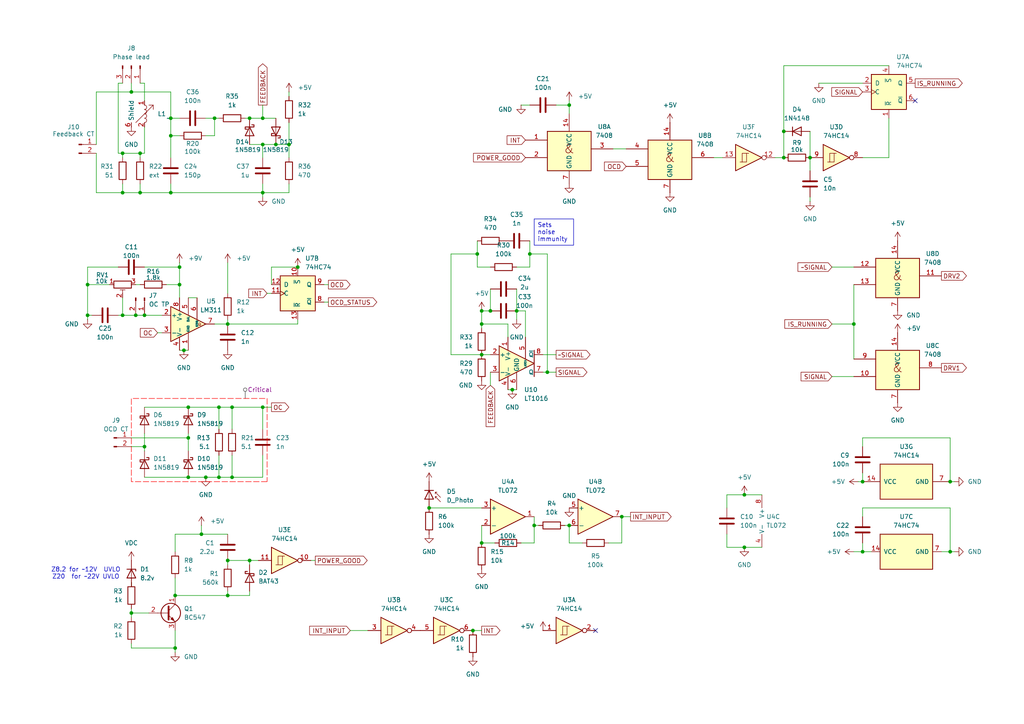
<source format=kicad_sch>
(kicad_sch (version 20250114) (generator "eeschema") (generator_version "9.0")
  (paper "A4")
  (text "Z8.2 for ~12V  UVLO\nZ20  for ~22V UVLO" (at 24.892 166.37 0) (effects (font (size 1.27 1.27))))
  (text_box "Sets noise immunity" (at 154.94 63.5 0) (size 11.43 7.62) (margins 0.9525 0.9525 0.9525 0.9525) (effects (font (size 1.27 1.27)) (justify left top)))
  (junction (at 52.07 77.47))
  (junction (at 234.95 45.72))
  (junction (at 50.8 172.72))
  (junction (at 153.67 73.66))
  (junction (at 40.64 55.88))
  (junction (at 62.23 34.29))
  (junction (at 35.56 44.45))
  (junction (at 25.4 82.55))
  (junction (at 165.1 30.48))
  (junction (at 67.31 138.43))
  (junction (at 41.91 91.44))
  (junction (at 76.2 34.29))
  (junction (at 50.8 187.96))
  (junction (at 63.5 138.43))
  (junction (at 149.86 90.17))
  (junction (at 227.33 45.72))
  (junction (at 41.91 129.54))
  (junction (at 165.1 152.4))
  (junction (at 86.36 77.47))
  (junction (at 35.56 91.44))
  (junction (at 180.34 149.86))
  (junction (at 25.4 91.44))
  (junction (at 154.94 152.4))
  (junction (at 139.7 102.87))
  (junction (at 158.75 107.95))
  (junction (at 63.5 118.11))
  (junction (at 139.7 157.48))
  (junction (at 40.64 44.45))
  (junction (at 72.39 34.29))
  (junction (at 139.7 90.17))
  (junction (at 54.61 118.11))
  (junction (at 76.2 55.88))
  (junction (at 67.31 118.11))
  (junction (at 58.42 154.94))
  (junction (at 139.7 93.98))
  (junction (at 38.1 177.8))
  (junction (at 227.33 38.1))
  (junction (at 52.07 82.55))
  (junction (at 66.04 162.56))
  (junction (at 54.61 138.43))
  (junction (at 72.39 162.56))
  (junction (at 148.59 113.03))
  (junction (at 137.16 182.88))
  (junction (at 53.34 101.6))
  (junction (at 124.46 147.32))
  (junction (at 76.2 41.91))
  (junction (at 66.04 93.98))
  (junction (at 247.65 93.98))
  (junction (at 215.9 158.75))
  (junction (at 49.53 39.37))
  (junction (at 66.04 172.72))
  (junction (at 76.2 118.11))
  (junction (at 138.43 73.66))
  (junction (at 54.61 127))
  (junction (at 59.69 138.43))
  (junction (at 83.82 41.91))
  (junction (at 80.01 41.91))
  (junction (at 49.53 34.29))
  (junction (at 35.56 55.88))
  (junction (at 275.59 160.02))
  (junction (at 142.24 90.17))
  (junction (at 38.1 26.67))
  (junction (at 250.19 160.02))
  (junction (at 39.37 91.44))
  (junction (at 275.59 139.7))
  (junction (at 49.53 55.88))
  (junction (at 250.19 139.7))
  (junction (at 215.9 143.51))
  (no_connect (at 172.72 182.88))
  (no_connect (at 265.43 29.21))
  (wire (pts (xy 180.34 157.48) (xy 180.34 149.86)))
  (wire (pts (xy 250.19 127) (xy 275.59 127)))
  (wire (pts (xy 250.19 160.02) (xy 252.73 160.02)))
  (wire (pts (xy 25.4 92.71) (xy 25.4 91.44)))
  (wire (pts (xy 77.47 85.09) (xy 78.74 85.09)))
  (wire (pts (xy 248.92 139.7) (xy 250.19 139.7)))
  (wire (pts (xy 59.69 138.43) (xy 63.5 138.43)))
  (wire (pts (xy 39.37 91.44) (xy 41.91 91.44)))
  (wire (pts (xy 48.26 82.55) (xy 52.07 82.55)))
  (wire (pts (xy 275.59 147.32) (xy 275.59 160.02)))
  (wire (pts (xy 161.29 102.87) (xy 157.48 102.87)))
  (wire (pts (xy 250.19 129.54) (xy 250.19 127)))
  (wire (pts (xy 52.07 82.55) (xy 52.07 86.36)))
  (wire (pts (xy 63.5 118.11) (xy 67.31 118.11)))
  (wire (pts (xy 139.7 182.88) (xy 137.16 182.88)))
  (wire (pts (xy 50.8 189.23) (xy 50.8 187.96)))
  (wire (pts (xy 59.69 34.29) (xy 62.23 34.29)))
  (wire (pts (xy 50.8 172.72) (xy 66.04 172.72)))
  (wire (pts (xy 165.1 29.21) (xy 165.1 30.48)))
  (wire (pts (xy 78.74 82.55) (xy 78.74 77.47)))
  (wire (pts (xy 25.4 77.47) (xy 34.29 77.47)))
  (wire (pts (xy 66.04 171.45) (xy 66.04 172.72)))
  (wire (pts (xy 66.04 154.94) (xy 58.42 154.94)))
  (wire (pts (xy 147.32 113.03) (xy 148.59 113.03)))
  (wire (pts (xy 80.01 41.91) (xy 83.82 41.91)))
  (wire (pts (xy 50.8 154.94) (xy 50.8 160.02)))
  (wire (pts (xy 76.2 118.11) (xy 76.2 124.46)))
  (wire (pts (xy 67.31 132.08) (xy 67.31 138.43)))
  (wire (pts (xy 158.75 73.66) (xy 158.75 107.95)))
  (wire (pts (xy 63.5 118.11) (xy 63.5 124.46)))
  (wire (pts (xy 154.94 152.4) (xy 154.94 157.48)))
  (wire (pts (xy 130.81 102.87) (xy 139.7 102.87)))
  (wire (pts (xy 62.23 34.29) (xy 63.5 34.29)))
  (wire (pts (xy 83.82 41.91) (xy 83.82 45.72)))
  (wire (pts (xy 40.64 44.45) (xy 41.91 44.45)))
  (wire (pts (xy 250.19 147.32) (xy 275.59 147.32)))
  (wire (pts (xy 67.31 118.11) (xy 67.31 124.46)))
  (wire (pts (xy 45.72 96.52) (xy 46.99 96.52)))
  (wire (pts (xy 241.3 109.22) (xy 247.65 109.22)))
  (wire (pts (xy 237.49 24.13) (xy 250.19 24.13)))
  (wire (pts (xy 25.4 82.55) (xy 25.4 91.44)))
  (wire (pts (xy 54.61 127) (xy 54.61 130.81)))
  (wire (pts (xy 58.42 152.4) (xy 58.42 154.94)))
  (wire (pts (xy 138.43 73.66) (xy 138.43 69.85)))
  (wire (pts (xy 40.64 24.13) (xy 41.91 24.13)))
  (wire (pts (xy 72.39 41.91) (xy 76.2 41.91)))
  (wire (pts (xy 49.53 39.37) (xy 49.53 45.72)))
  (wire (pts (xy 83.82 53.34) (xy 83.82 55.88)))
  (wire (pts (xy 76.2 118.11) (xy 78.74 118.11)))
  (wire (pts (xy 95.25 87.63) (xy 93.98 87.63)))
  (wire (pts (xy 210.82 147.32) (xy 210.82 143.51)))
  (wire (pts (xy 66.04 76.2) (xy 66.04 85.09)))
  (wire (pts (xy 49.53 34.29) (xy 52.07 34.29)))
  (wire (pts (xy 66.04 172.72) (xy 72.39 172.72)))
  (wire (pts (xy 250.19 45.72) (xy 257.81 45.72)))
  (wire (pts (xy 209.55 45.72) (xy 207.01 45.72)))
  (wire (pts (xy 66.04 93.98) (xy 86.36 93.98)))
  (wire (pts (xy 52.07 76.2) (xy 52.07 77.47)))
  (wire (pts (xy 27.94 26.67) (xy 38.1 26.67)))
  (wire (pts (xy 139.7 157.48) (xy 139.7 152.4)))
  (wire (pts (xy 62.23 39.37) (xy 62.23 34.29)))
  (wire (pts (xy 151.13 157.48) (xy 154.94 157.48)))
  (wire (pts (xy 227.33 38.1) (xy 227.33 45.72)))
  (wire (pts (xy 35.56 45.72) (xy 35.56 44.45)))
  (wire (pts (xy 227.33 19.05) (xy 257.81 19.05)))
  (wire (pts (xy 76.2 30.48) (xy 76.2 34.29)))
  (wire (pts (xy 38.1 177.8) (xy 38.1 179.07)))
  (wire (pts (xy 153.67 30.48) (xy 151.13 30.48)))
  (wire (pts (xy 176.53 157.48) (xy 180.34 157.48)))
  (wire (pts (xy 157.48 107.95) (xy 158.75 107.95)))
  (wire (pts (xy 241.3 93.98) (xy 247.65 93.98)))
  (wire (pts (xy 76.2 34.29) (xy 72.39 34.29)))
  (wire (pts (xy 95.25 82.55) (xy 93.98 82.55)))
  (wire (pts (xy 83.82 35.56) (xy 83.82 41.91)))
  (wire (pts (xy 149.86 77.47) (xy 153.67 77.47)))
  (wire (pts (xy 25.4 77.47) (xy 25.4 82.55)))
  (wire (pts (xy 58.42 154.94) (xy 50.8 154.94)))
  (wire (pts (xy 40.64 53.34) (xy 40.64 55.88)))
  (wire (pts (xy 38.1 176.53) (xy 38.1 177.8)))
  (wire (pts (xy 41.91 118.11) (xy 54.61 118.11)))
  (wire (pts (xy 62.23 93.98) (xy 66.04 93.98)))
  (wire (pts (xy 257.81 45.72) (xy 257.81 34.29)))
  (wire (pts (xy 35.56 53.34) (xy 35.56 55.88)))
  (wire (pts (xy 76.2 138.43) (xy 76.2 132.08)))
  (wire (pts (xy 215.9 158.75) (xy 220.98 158.75)))
  (wire (pts (xy 66.04 92.71) (xy 66.04 93.98)))
  (wire (pts (xy 139.7 102.87) (xy 142.24 102.87)))
  (wire (pts (xy 76.2 55.88) (xy 83.82 55.88)))
  (wire (pts (xy 247.65 160.02) (xy 250.19 160.02)))
  (wire (pts (xy 26.67 91.44) (xy 25.4 91.44)))
  (wire (pts (xy 276.86 139.7) (xy 275.59 139.7)))
  (wire (pts (xy 142.24 111.76) (xy 142.24 107.95)))
  (wire (pts (xy 35.56 91.44) (xy 39.37 91.44)))
  (wire (pts (xy 241.3 77.47) (xy 247.65 77.47)))
  (wire (pts (xy 250.19 157.48) (xy 250.19 160.02)))
  (wire (pts (xy 72.39 162.56) (xy 66.04 162.56)))
  (wire (pts (xy 86.36 93.98) (xy 86.36 92.71)))
  (wire (pts (xy 210.82 154.94) (xy 210.82 158.75)))
  (wire (pts (xy 124.46 147.32) (xy 139.7 147.32)))
  (wire (pts (xy 38.1 177.8) (xy 43.18 177.8)))
  (wire (pts (xy 41.91 91.44) (xy 46.99 91.44)))
  (wire (pts (xy 41.91 130.81) (xy 41.91 129.54)))
  (wire (pts (xy 74.93 162.56) (xy 72.39 162.56)))
  (wire (pts (xy 41.91 125.73) (xy 41.91 129.54)))
  (wire (pts (xy 49.53 26.67) (xy 49.53 34.29)))
  (wire (pts (xy 40.64 82.55) (xy 39.37 82.55)))
  (wire (pts (xy 165.1 30.48) (xy 165.1 33.02)))
  (wire (pts (xy 53.34 101.6) (xy 54.61 101.6)))
  (wire (pts (xy 139.7 90.17) (xy 142.24 90.17)))
  (wire (pts (xy 138.43 73.66) (xy 130.81 73.66)))
  (wire (pts (xy 34.29 44.45) (xy 35.56 44.45)))
  (wire (pts (xy 49.53 39.37) (xy 52.07 39.37)))
  (wire (pts (xy 152.4 90.17) (xy 152.4 97.79)))
  (wire (pts (xy 50.8 182.88) (xy 50.8 187.96)))
  (wire (pts (xy 247.65 93.98) (xy 247.65 104.14)))
  (wire (pts (xy 234.95 38.1) (xy 234.95 45.72)))
  (wire (pts (xy 38.1 187.96) (xy 50.8 187.96)))
  (wire (pts (xy 177.8 43.18) (xy 181.61 43.18)))
  (wire (pts (xy 227.33 19.05) (xy 227.33 38.1)))
  (wire (pts (xy 182.88 149.86) (xy 180.34 149.86)))
  (wire (pts (xy 234.95 49.53) (xy 234.95 45.72)))
  (wire (pts (xy 76.2 57.15) (xy 76.2 55.88)))
  (wire (pts (xy 101.6 182.88) (xy 106.68 182.88)))
  (wire (pts (xy 41.91 77.47) (xy 52.07 77.47)))
  (wire (pts (xy 168.91 157.48) (xy 165.1 157.48)))
  (wire (pts (xy 34.29 24.13) (xy 35.56 24.13)))
  (wire (pts (xy 276.86 160.02) (xy 275.59 160.02)))
  (wire (pts (xy 147.32 93.98) (xy 147.32 97.79)))
  (wire (pts (xy 78.74 77.47) (xy 86.36 77.47)))
  (wire (pts (xy 76.2 45.72) (xy 76.2 41.91)))
  (wire (pts (xy 34.29 91.44) (xy 35.56 91.44)))
  (wire (pts (xy 139.7 90.17) (xy 139.7 93.98)))
  (wire (pts (xy 27.94 44.45) (xy 27.94 55.88)))
  (wire (pts (xy 210.82 143.51) (xy 215.9 143.51)))
  (wire (pts (xy 153.67 73.66) (xy 153.67 77.47)))
  (wire (pts (xy 40.64 44.45) (xy 40.64 45.72)))
  (wire (pts (xy 142.24 77.47) (xy 138.43 77.47)))
  (wire (pts (xy 149.86 83.82) (xy 149.86 90.17)))
  (wire (pts (xy 83.82 26.67) (xy 83.82 27.94)))
  (wire (pts (xy 139.7 93.98) (xy 139.7 95.25)))
  (wire (pts (xy 215.9 143.51) (xy 220.98 143.51)))
  (wire (pts (xy 54.61 118.11) (xy 63.5 118.11)))
  (wire (pts (xy 67.31 118.11) (xy 76.2 118.11)))
  (wire (pts (xy 54.61 125.73) (xy 54.61 127)))
  (wire (pts (xy 142.24 83.82) (xy 142.24 90.17)))
  (wire (pts (xy 38.1 127) (xy 54.61 127)))
  (wire (pts (xy 38.1 129.54) (xy 41.91 129.54)))
  (wire (pts (xy 165.1 157.48) (xy 165.1 152.4)))
  (wire (pts (xy 250.19 137.16) (xy 250.19 139.7)))
  (wire (pts (xy 49.53 53.34) (xy 49.53 55.88)))
  (wire (pts (xy 210.82 158.75) (xy 215.9 158.75)))
  (wire (pts (xy 156.21 152.4) (xy 154.94 152.4)))
  (wire (pts (xy 49.53 34.29) (xy 49.53 39.37)))
  (wire (pts (xy 66.04 162.56) (xy 66.04 163.83)))
  (wire (pts (xy 52.07 101.6) (xy 53.34 101.6)))
  (wire (pts (xy 143.51 157.48) (xy 139.7 157.48)))
  (wire (pts (xy 154.94 152.4) (xy 154.94 149.86)))
  (wire (pts (xy 148.59 113.03) (xy 149.86 113.03)))
  (wire (pts (xy 38.1 187.96) (xy 38.1 186.69)))
  (wire (pts (xy 41.91 138.43) (xy 54.61 138.43)))
  (wire (pts (xy 149.86 90.17) (xy 152.4 90.17)))
  (wire (pts (xy 161.29 30.48) (xy 165.1 30.48)))
  (wire (pts (xy 27.94 55.88) (xy 35.56 55.88)))
  (wire (pts (xy 49.53 55.88) (xy 76.2 55.88)))
  (wire (pts (xy 275.59 160.02) (xy 273.05 160.02)))
  (wire (pts (xy 149.86 90.17) (xy 149.86 92.71)))
  (wire (pts (xy 153.67 69.85) (xy 153.67 73.66)))
  (wire (pts (xy 165.1 152.4) (xy 163.83 152.4)))
  (wire (pts (xy 72.39 162.56) (xy 72.39 163.83)))
  (wire (pts (xy 35.56 91.44) (xy 35.56 86.36)))
  (wire (pts (xy 76.2 41.91) (xy 80.01 41.91)))
  (wire (pts (xy 59.69 39.37) (xy 62.23 39.37)))
  (wire (pts (xy 138.43 77.47) (xy 138.43 73.66)))
  (wire (pts (xy 130.81 73.66) (xy 130.81 102.87)))
  (wire (pts (xy 158.75 107.95) (xy 161.29 107.95)))
  (wire (pts (xy 35.56 55.88) (xy 40.64 55.88)))
  (wire (pts (xy 38.1 26.67) (xy 38.1 24.13)))
  (wire (pts (xy 41.91 36.83) (xy 41.91 44.45)))
  (wire (pts (xy 34.29 24.13) (xy 34.29 44.45)))
  (wire (pts (xy 52.07 77.47) (xy 52.07 82.55)))
  (wire (pts (xy 27.94 26.67) (xy 27.94 41.91)))
  (wire (pts (xy 153.67 73.66) (xy 158.75 73.66)))
  (wire (pts (xy 38.1 168.91) (xy 38.1 170.18)))
  (wire (pts (xy 76.2 34.29) (xy 80.01 34.29)))
  (wire (pts (xy 72.39 172.72) (xy 72.39 171.45)))
  (wire (pts (xy 50.8 167.64) (xy 50.8 172.72)))
  (wire (pts (xy 250.19 147.32) (xy 250.19 149.86)))
  (wire (pts (xy 40.64 55.88) (xy 49.53 55.88)))
  (wire (pts (xy 224.79 45.72) (xy 227.33 45.72)))
  (wire (pts (xy 25.4 82.55) (xy 31.75 82.55)))
  (wire (pts (xy 63.5 138.43) (xy 67.31 138.43)))
  (wire (pts (xy 54.61 86.36) (xy 57.15 86.36)))
  (wire (pts (xy 139.7 93.98) (xy 147.32 93.98)))
  (wire (pts (xy 63.5 138.43) (xy 63.5 132.08)))
  (wire (pts (xy 38.1 26.67) (xy 49.53 26.67)))
  (wire (pts (xy 67.31 138.43) (xy 76.2 138.43)))
  (wire (pts (xy 275.59 127) (xy 275.59 139.7)))
  (wire (pts (xy 54.61 138.43) (xy 59.69 138.43)))
  (wire (pts (xy 72.39 34.29) (xy 71.12 34.29)))
  (wire (pts (xy 76.2 53.34) (xy 76.2 55.88)))
  (wire (pts (xy 90.17 162.56) (xy 91.44 162.56)))
  (wire (pts (xy 247.65 82.55) (xy 247.65 93.98)))
  (wire (pts (xy 234.95 57.15) (xy 234.95 58.42)))
  (wire (pts (xy 35.56 44.45) (xy 40.64 44.45)))
  (wire (pts (xy 41.91 24.13) (xy 41.91 29.21)))
  (global_label "INT_INPUT" (shape output) (at 182.88 149.86 0) (property "Intersheetrefs" "${INTERSHEET_REFS}" (effects (hide yes))))
  (global_label "SIGNAL" (shape input) (at 241.3 109.22 180) (property "Intersheetrefs" "${INTERSHEET_REFS}" (effects (hide yes))))
  (global_label "INT_INPUT" (shape input) (at 101.6 182.88 180) (property "Intersheetrefs" "${INTERSHEET_REFS}" (effects (hide yes))))
  (global_label "FEEDBACK" (shape output) (at 76.2 30.48 90) (property "Intersheetrefs" "${INTERSHEET_REFS}" (effects (hide yes))))
  (global_label "IS_RUNNING" (shape output) (at 265.43 24.13 0) (property "Intersheetrefs" "${INTERSHEET_REFS}" (effects (hide yes))))
  (global_label "OCD_STATUS" (shape output) (at 95.25 87.63 0) (property "Intersheetrefs" "${INTERSHEET_REFS}" (effects (hide yes))))
  (global_label "POWER_GOOD" (shape input) (at 152.4 45.72 180) (property "Intersheetrefs" "${INTERSHEET_REFS}" (effects (hide yes))))
  (global_label "IS_RUNNING" (shape input) (at 241.3 93.98 180) (property "Intersheetrefs" "${INTERSHEET_REFS}" (effects (hide yes))))
  (global_label "POWER_GOOD" (shape output) (at 91.44 162.56 0) (property "Intersheetrefs" "${INTERSHEET_REFS}" (effects (hide yes))))
  (global_label "~SIGNAL" (shape input) (at 241.3 77.47 180) (property "Intersheetrefs" "${INTERSHEET_REFS}" (effects (hide yes))))
  (global_label "DRV2" (shape output) (at 273.05 80.01 0) (property "Intersheetrefs" "${INTERSHEET_REFS}" (effects (hide yes))))
  (global_label "INT" (shape input) (at 77.47 85.09 180) (property "Intersheetrefs" "${INTERSHEET_REFS}" (effects (hide yes))))
  (global_label "OCD" (shape output) (at 95.25 82.55 0) (property "Intersheetrefs" "${INTERSHEET_REFS}" (effects (hide yes))))
  (global_label "INT" (shape input) (at 152.4 40.64 180) (property "Intersheetrefs" "${INTERSHEET_REFS}" (effects (hide yes))))
  (global_label "~SIGNAL" (shape output) (at 161.29 102.87 0) (property "Intersheetrefs" "${INTERSHEET_REFS}" (effects (hide yes))))
  (global_label "DRV1" (shape output) (at 273.05 106.68 0) (property "Intersheetrefs" "${INTERSHEET_REFS}" (effects (hide yes))))
  (global_label "OC" (shape output) (at 78.74 118.11 0) (property "Intersheetrefs" "${INTERSHEET_REFS}" (effects (hide yes))))
  (global_label "INT" (shape output) (at 139.7 182.88 0) (property "Intersheetrefs" "${INTERSHEET_REFS}" (effects (hide yes))))
  (global_label "SIGNAL" (shape output) (at 161.29 107.95 0) (property "Intersheetrefs" "${INTERSHEET_REFS}" (effects (hide yes))))
  (global_label "FEEDBACK" (shape input) (at 142.24 111.76 270) (property "Intersheetrefs" "${INTERSHEET_REFS}" (effects (hide yes))))
  (global_label "OCD" (shape input) (at 181.61 48.26 180) (property "Intersheetrefs" "${INTERSHEET_REFS}" (effects (hide yes))))
  (global_label "SIGNAL" (shape input) (at 250.19 26.67 180) (property "Intersheetrefs" "${INTERSHEET_REFS}" (effects (hide yes))))
  (global_label "OC" (shape input) (at 45.72 96.52 180) (property "Intersheetrefs" "${INTERSHEET_REFS}" (effects (hide yes))))
  (rule_area (polyline (pts (xy 77.47 139.7) (xy 38.1 139.7) (xy 38.1 115.57) (xy 77.47 115.57) (xy 77.47 119.38)) (stroke (width 0) (type dash))))
  (netclass_flag "" (length 2.54) (shape round) (at 71.12 115.57 0) (property "Netclass" "Critical" (at 71.8185 113.03 0) (effects (justify left))))
  (symbol (lib_id "power:GND") (at 165.1 147.32 0) (unit 1)
    (property "Reference" "#PWR059" (effects (hide yes)))
    (property "Value" "GND" (at 165.1 143.764 0))
    (property "Description" "Power symbol creates a global label with name \"GND\" , ground" (effects (hide yes)))
  )
  (symbol (lib_id "Device:R") (at 67.31 128.27 0) (unit 1)
    (property "Reference" "R21" (at 69.85 126.9999 0) (effects (justify left)))
    (property "Value" "5.1" (at 69.85 129.5399 0) (effects (justify left)))
    (property "Footprint" "Resistor_THT:R_Axial_DIN0207_L6.3mm_D2.5mm_P2.54mm_Vertical" (effects (hide yes)))
    (property "Description" "Resistor" (effects (hide yes)))
  )
  (symbol (lib_id "Connector:Conn_01x02_Pin") (at 33.02 127 0) (unit 1)
    (property "Reference" "J9" (at 33.655 121.92 0))
    (property "Value" "OCD CT" (at 33.655 124.46 0))
    (property "Footprint" "Connector_JST:JST_XH_B2B-XH-A_1x02_P2.50mm_Vertical" (effects (hide yes)))
  )
  (symbol (lib_id "74xx:74HC14") (at 165.1 182.88 0) (unit 1)
    (property "Reference" "U3" (at 165.1 173.99 0))
    (property "Value" "74HC14" (at 165.1 176.53 0))
    (property "Footprint" "Package_DIP:DIP-14_W7.62mm" (effects (hide yes)))
    (property "Datasheet" "http://www.ti.com/lit/gpn/sn74HC14" (effects (hide yes)))
    (property "Description" "Hex inverter schmitt trigger" (effects (hide yes)))
  )
  (symbol (lib_id "power:+5V") (at 247.65 160.02 90) (unit 1)
    (property "Reference" "#PWR048" (effects (hide yes)))
    (property "Value" "+5V" (at 243.84 160.0199 90) (effects (justify left)))
    (property "Description" "Power symbol creates a global label with name \"+5V\"" (effects (hide yes)))
  )
  (symbol (lib_id "Device:C") (at 30.48 91.44 90) (unit 1)
    (property "Reference" "C25" (at 30.48 95.25 90))
    (property "Value" "100n" (at 30.48 97.79 90))
    (property "Footprint" "Capacitor_THT:C_Disc_D4.7mm_W2.5mm_P5.00mm" (effects (hide yes)))
    (property "Description" "Unpolarized capacitor" (effects (hide yes)))
  )
  (symbol (lib_id "Device:D_Photo") (at 124.46 144.78 270) (unit 1)
    (property "Reference" "D5" (at 129.54 142.5574 90) (effects (justify left)))
    (property "Value" "D_Photo" (at 129.54 145.0974 90) (effects (justify left)))
    (property "Footprint" "Library:hnaderi-toslink-rx" (effects (hide yes)))
    (property "Description" "Photodiode" (effects (hide yes)))
  )
  (symbol (lib_id "Diode:1N5819") (at 80.01 38.1 270) (mirror x) (unit 1)
    (property "Reference" "D13" (at 81.026 41.148 90) (effects (justify left)))
    (property "Value" "1N5819" (at 76.2 43.434 90) (effects (justify left)))
    (property "Footprint" "Diode_THT:D_DO-41_SOD81_P2.54mm_Vertical_KathodeUp" (effects (hide yes)))
  )
  (symbol (lib_id "Device:C") (at 250.19 133.35 0) (unit 1)
    (property "Reference" "C9" (at 246.38 132.0799 0) (effects (justify right)))
    (property "Value" "100n" (at 246.38 134.6199 0) (effects (justify right)))
    (property "Footprint" "Capacitor_THT:C_Disc_D4.7mm_W2.5mm_P5.00mm" (effects (hide yes)))
    (property "Description" "Unpolarized capacitor" (effects (hide yes)))
  )
  (symbol (lib_id "power:+5V") (at 157.48 182.88 0) (unit 1)
    (property "Reference" "#PWR046" (effects (hide yes)))
    (property "Value" "+5V" (at 154.94 181.6099 0) (effects (justify right)))
    (property "Description" "Power symbol creates a global label with name \"+5V\"" (effects (hide yes)))
  )
  (symbol (lib_id "power:GND") (at 137.16 190.5 0) (unit 1)
    (property "Reference" "#PWR065" (effects (hide yes)))
    (property "Value" "GND" (at 137.16 195.58 0))
    (property "Description" "Power symbol creates a global label with name \"GND\" , ground" (effects (hide yes)))
  )
  (symbol (lib_id "Device:R") (at 139.7 99.06 180) (unit 1)
    (property "Reference" "R33" (at 137.16 97.7899 0) (effects (justify left)))
    (property "Value" "1k" (at 137.16 100.3299 0) (effects (justify left)))
    (property "Footprint" "Resistor_THT:R_Axial_DIN0207_L6.3mm_D2.5mm_P2.54mm_Vertical" (effects (hide yes)))
    (property "Description" "Resistor" (effects (hide yes)))
  )
  (symbol (lib_id "power:+5V") (at 215.9 143.51 0) (unit 1)
    (property "Reference" "#PWR034" (effects (hide yes)))
    (property "Value" "+5V" (at 215.9 138.43 0))
    (property "Description" "Power symbol creates a global label with name \"+5V\"" (effects (hide yes)))
  )
  (symbol (lib_id "74xx:74HC14") (at 82.55 162.56 0) (unit 5)
    (property "Reference" "U3" (at 82.55 153.67 0))
    (property "Value" "74HC14" (at 82.55 156.21 0))
    (property "Footprint" "Package_DIP:DIP-14_W7.62mm" (effects (hide yes)))
    (property "Datasheet" "http://www.ti.com/lit/gpn/sn74HC14" (effects (hide yes)))
    (property "Description" "Hex inverter schmitt trigger" (effects (hide yes)))
  )
  (symbol (lib_id "power:+5V") (at 248.92 139.7 90) (unit 1)
    (property "Reference" "#PWR09" (effects (hide yes)))
    (property "Value" "+5V" (at 245.11 139.6999 90) (effects (justify left)))
    (property "Description" "Power symbol creates a global label with name \"+5V\"" (effects (hide yes)))
  )
  (symbol (lib_id "Comparator:LM311") (at 54.61 93.98 0) (unit 1)
    (property "Reference" "U5" (at 61.214 87.376 0))
    (property "Value" "LM311" (at 61.214 89.916 0))
    (property "Footprint" "Package_DIP:DIP-8_W7.62mm" (effects (hide yes)))
    (property "Datasheet" "https://www.st.com/resource/en/datasheet/lm311.pdf" (effects (hide yes)))
    (property "Description" "Voltage Comparator, DIP-8/SOIC-8" (effects (hide yes)))
  )
  (symbol (lib_id "Device:C") (at 49.53 49.53 180) (unit 1)
    (property "Reference" "C24" (at 53.34 48.2599 0) (effects (justify right)))
    (property "Value" "150p" (at 53.34 50.7999 0) (effects (justify right)))
    (property "Footprint" "Capacitor_THT:C_Disc_D4.7mm_W2.5mm_P5.00mm" (effects (hide yes)))
    (property "Description" "Unpolarized capacitor" (effects (hide yes)))
  )
  (symbol (lib_id "Device:R") (at 55.88 39.37 270) (unit 1)
    (property "Reference" "R20" (at 55.88 41.656 90))
    (property "Value" "100k" (at 55.88 43.942 90))
    (property "Footprint" "Resistor_THT:R_Axial_DIN0309_L9.0mm_D3.2mm_P2.54mm_Vertical" (effects (hide yes)))
    (property "Description" "Resistor" (effects (hide yes)))
  )
  (symbol (lib_id "Diode:1N5819") (at 54.61 121.92 270) (unit 1)
    (property "Reference" "D9" (at 57.15 120.3324 90) (effects (justify left)))
    (property "Value" "1N5819" (at 57.15 122.8724 90) (effects (justify left)))
    (property "Footprint" "Diode_THT:D_DO-41_SOD81_P2.54mm_Vertical_KathodeUp" (effects (hide yes)))
  )
  (symbol (lib_id "Device:R") (at 83.82 49.53 0) (unit 1)
    (property "Reference" "R36" (at 86.36 48.2599 0) (effects (justify left)))
    (property "Value" "470" (at 86.36 50.7999 0) (effects (justify left)))
    (property "Footprint" "Resistor_THT:R_Axial_DIN0207_L6.3mm_D2.5mm_P2.54mm_Vertical" (effects (hide yes)))
    (property "Description" "Resistor" (effects (hide yes)))
  )
  (symbol (lib_id "Amplifier_Operational:TL072") (at 147.32 149.86 0) (unit 1)
    (property "Reference" "U4" (at 147.32 139.7 0))
    (property "Value" "TL072" (at 147.32 142.24 0))
    (property "Footprint" "Package_DIP:DIP-8_W7.62mm" (effects (hide yes)))
    (property "Datasheet" "http://www.ti.com/lit/ds/symlink/tl071.pdf" (effects (hide yes)))
    (property "Description" "Dual Low-Noise JFET-Input Operational Amplifiers, DIP-8/SOIC-8" (effects (hide yes)))
  )
  (symbol (lib_id "Device:C") (at 146.05 83.82 270) (unit 1)
    (property "Reference" "C34" (at 152.146 80.772 90))
    (property "Value" "2u" (at 152.146 83.312 90))
    (property "Footprint" "Capacitor_THT:C_Rect_L7.2mm_W7.2mm_P5.00mm_FKS2_FKP2_MKS2_MKP2" (effects (hide yes)))
    (property "Description" "Unpolarized capacitor" (effects (hide yes)))
  )
  (symbol (lib_id "Connector:Conn_01x02_Pin") (at 22.86 41.91 0) (unit 1)
    (property "Reference" "J10" (at 21.336 36.83 0))
    (property "Value" "Feedback CT" (at 21.336 38.862 0))
    (property "Footprint" "Connector_JST:JST_XH_B2B-XH-A_1x02_P2.50mm_Vertical" (effects (hide yes)))
  )
  (symbol (lib_id "Device:R") (at 38.1 172.72 0) (unit 1)
    (property "Reference" "R3" (at 35.56 171.4499 0) (effects (justify right)))
    (property "Value" "1k" (at 35.56 173.9899 0) (effects (justify right)))
    (property "Footprint" "Resistor_THT:R_Axial_DIN0207_L6.3mm_D2.5mm_P2.54mm_Vertical" (effects (hide yes)))
    (property "Description" "Resistor" (effects (hide yes)))
  )
  (symbol (lib_id "Device:C") (at 55.88 34.29 270) (unit 1)
    (property "Reference" "C36" (at 55.88 26.67 90))
    (property "Value" "100n" (at 55.88 29.21 90))
    (property "Footprint" "Capacitor_THT:C_Disc_D4.7mm_W2.5mm_P5.00mm" (effects (hide yes)))
    (property "Description" "Unpolarized capacitor" (effects (hide yes)))
  )
  (symbol (lib_id "74xx:74HC14") (at 242.57 45.72 0) (unit 4)
    (property "Reference" "U3" (at 242.57 36.83 0))
    (property "Value" "74HC14" (at 242.57 39.37 0))
    (property "Footprint" "Package_DIP:DIP-14_W7.62mm" (effects (hide yes)))
    (property "Datasheet" "http://www.ti.com/lit/gpn/sn74HC14" (effects (hide yes)))
    (property "Description" "Hex inverter schmitt trigger" (effects (hide yes)))
  )
  (symbol (lib_id "power:GND") (at 38.1 36.83 0) (unit 1)
    (property "Reference" "#PWR064" (effects (hide yes)))
    (property "Value" "GND" (at 38.1 41.91 0))
    (property "Description" "Power symbol creates a global label with name \"GND\" , ground" (effects (hide yes)))
  )
  (symbol (lib_id "74xx:74HC74") (at 262.89 160.02 90) (unit 3)
    (property "Reference" "U7" (at 262.89 149.86 90))
    (property "Value" "74HC74" (at 262.89 152.4 90))
    (property "Footprint" "Package_DIP:DIP-14_W7.62mm" (effects (hide yes)))
    (property "Datasheet" "74xx/74hc_hct74.pdf" (effects (hide yes)))
    (property "Description" "Dual D Flip-flop, Set & Reset" (effects (hide yes)))
  )
  (symbol (lib_id "power:GND") (at 53.34 101.6 0) (unit 1)
    (property "Reference" "#PWR050" (effects (hide yes)))
    (property "Value" "GND" (at 53.34 106.68 0))
    (property "Description" "Power symbol creates a global label with name \"GND\" , ground" (effects (hide yes)))
  )
  (symbol (lib_id "74xx_IEEE:7408") (at 194.31 45.72 0) (unit 2)
    (property "Reference" "U8" (at 204.47 39.2998 0))
    (property "Value" "7408" (at 204.47 41.8398 0))
    (property "Footprint" "Package_DIP:DIP-14_W7.62mm" (effects (hide yes)))
  )
  (symbol (lib_id "power:GND") (at 194.31 55.88 0) (unit 1)
    (property "Reference" "#PWR012" (effects (hide yes)))
    (property "Value" "GND" (at 194.31 60.96 0))
    (property "Description" "Power symbol creates a global label with name \"GND\" , ground" (effects (hide yes)))
  )
  (symbol (lib_id "power:+5V") (at 194.31 35.56 0) (unit 1)
    (property "Reference" "#PWR011" (effects (hide yes)))
    (property "Value" "+5V" (at 194.31 30.48 0))
    (property "Description" "Power symbol creates a global label with name \"+5V\"" (effects (hide yes)))
  )
  (symbol (lib_id "Device:R") (at 44.45 82.55 90) (unit 1)
    (property "Reference" "R16" (at 44.45 78.74 90))
    (property "Value" "1.8k" (at 44.45 80.518 90))
    (property "Footprint" "Resistor_THT:R_Axial_DIN0207_L6.3mm_D2.5mm_P2.54mm_Vertical" (effects (hide yes)))
    (property "Description" "Resistor" (effects (hide yes)))
  )
  (symbol (lib_id "power:GND") (at 139.7 165.1 0) (unit 1)
    (property "Reference" "#PWR056" (effects (hide yes)))
    (property "Value" "GND" (at 139.7 170.18 0))
    (property "Description" "Power symbol creates a global label with name \"GND\" , ground" (effects (hide yes)))
  )
  (symbol (lib_id "74xx:74HC14") (at 217.17 45.72 0) (unit 6)
    (property "Reference" "U3" (at 217.17 36.83 0))
    (property "Value" "74HC14" (at 217.17 39.37 0))
    (property "Footprint" "Package_DIP:DIP-14_W7.62mm" (effects (hide yes)))
    (property "Datasheet" "http://www.ti.com/lit/gpn/sn74HC14" (effects (hide yes)))
    (property "Description" "Hex inverter schmitt trigger" (effects (hide yes)))
  )
  (symbol (lib_id "74xx_IEEE:7408") (at 260.35 80.01 0) (unit 4)
    (property "Reference" "U8" (at 270.51 73.5898 0))
    (property "Value" "7408" (at 270.51 76.1298 0))
    (property "Footprint" "Package_DIP:DIP-14_W7.62mm" (effects (hide yes)))
  )
  (symbol (lib_id "Device:R") (at 172.72 157.48 90) (unit 1)
    (property "Reference" "R5" (at 172.72 161.29 90))
    (property "Value" "100k" (at 172.72 163.83 90))
    (property "Footprint" "Resistor_THT:R_Axial_DIN0207_L6.3mm_D2.5mm_P2.54mm_Vertical" (effects (hide yes)))
    (property "Description" "Resistor" (effects (hide yes)))
  )
  (symbol (lib_id "Diode:1N5819") (at 41.91 121.92 270) (unit 1)
    (property "Reference" "D6" (at 44.45 120.3324 90) (effects (justify left)))
    (property "Value" "1N5819" (at 44.45 122.8724 90) (effects (justify left)))
    (property "Footprint" "Diode_THT:D_DO-41_SOD81_P2.54mm_Vertical_KathodeUp" (effects (hide yes)))
  )
  (symbol (lib_id "Diode:1N5819") (at 41.91 134.62 270) (unit 1)
    (property "Reference" "D11" (at 44.45 133.0324 90) (effects (justify left)))
    (property "Value" "1N5819" (at 44.45 135.5724 90) (effects (justify left)))
    (property "Footprint" "Diode_THT:D_DO-41_SOD81_P2.54mm_Vertical_KathodeUp" (effects (hide yes)))
  )
  (symbol (lib_id "power:GND") (at 151.13 30.48 0) (unit 1)
    (property "Reference" "#PWR047" (effects (hide yes)))
    (property "Value" "GND" (at 148.59 31.7499 0) (effects (justify right)))
    (property "Description" "Power symbol creates a global label with name \"GND\" , ground" (effects (hide yes)))
  )
  (symbol (lib_id "Device:C") (at 66.04 158.75 0) (mirror x) (unit 1)
    (property "Reference" "C1" (at 62.23 157.4799 0) (effects (justify right)))
    (property "Value" "2.2u" (at 62.23 160.0199 0) (effects (justify right)))
    (property "Footprint" "Capacitor_THT:C_Disc_D4.7mm_W2.5mm_P5.00mm" (effects (hide yes)))
    (property "Description" "Unpolarized capacitor" (effects (hide yes)))
  )
  (symbol (lib_id "Device:R") (at 63.5 128.27 0) (unit 1)
    (property "Reference" "R13" (at 60.96 126.9999 0) (effects (justify right)))
    (property "Value" "5.1" (at 60.96 129.5399 0) (effects (justify right)))
    (property "Footprint" "Resistor_THT:R_Axial_DIN0207_L6.3mm_D2.5mm_P2.54mm_Vertical" (effects (hide yes)))
    (property "Description" "Resistor" (effects (hide yes)))
  )
  (symbol (lib_id "Device:C") (at 157.48 30.48 270) (unit 1)
    (property "Reference" "C21" (at 157.48 22.86 90))
    (property "Value" "100n" (at 157.48 25.4 90))
    (property "Footprint" "Capacitor_THT:C_Disc_D4.7mm_W2.5mm_P5.00mm" (effects (hide yes)))
    (property "Description" "Unpolarized capacitor" (effects (hide yes)))
  )
  (symbol (lib_id "74xx:74HC74") (at 257.81 26.67 0) (unit 1)
    (property "Reference" "U7" (at 259.9533 16.51 0) (effects (justify left)))
    (property "Value" "74HC74" (at 259.9533 19.05 0) (effects (justify left)))
    (property "Footprint" "Package_DIP:DIP-14_W7.62mm" (effects (hide yes)))
    (property "Datasheet" "74xx/74hc_hct74.pdf" (effects (hide yes)))
    (property "Description" "Dual D Flip-flop, Set & Reset" (effects (hide yes)))
  )
  (symbol (lib_id "Device:R") (at 139.7 161.29 0) (unit 1)
    (property "Reference" "R15" (at 142.24 160.0199 0) (effects (justify left)))
    (property "Value" "10k" (at 142.24 162.5599 0) (effects (justify left)))
    (property "Footprint" "Resistor_THT:R_Axial_DIN0207_L6.3mm_D2.5mm_P2.54mm_Vertical" (effects (hide yes)))
    (property "Description" "Resistor" (effects (hide yes)))
  )
  (symbol (lib_id "Connector:Conn_01x03_Pin") (at 38.1 19.05 270) (unit 1)
    (property "Reference" "J8" (at 38.1 13.97 90))
    (property "Value" "Phase lead" (at 38.1 16.51 90))
    (property "Footprint" "Connector_PinHeader_2.54mm:PinHeader_1x03_P2.54mm_Vertical" (effects (hide yes)))
    (property "Description" "Generic connector, single row, 01x03, script generated" (effects (hide yes)))
  )
  (symbol (lib_id "74xx_IEEE:7408") (at 165.1 43.18 0) (unit 1)
    (property "Reference" "U8" (at 175.26 36.7598 0))
    (property "Value" "7408" (at 175.26 39.2998 0))
    (property "Footprint" "Package_DIP:DIP-14_W7.62mm" (effects (hide yes)))
  )
  (symbol (lib_id "power:+5V") (at 165.1 29.21 0) (unit 1)
    (property "Reference" "#PWR06" (effects (hide yes)))
    (property "Value" "+5V" (at 167.64 27.9399 0) (effects (justify left)))
    (property "Description" "Power symbol creates a global label with name \"+5V\"" (effects (hide yes)))
  )
  (symbol (lib_id "power:+9V") (at 52.07 76.2 0) (unit 1)
    (property "Reference" "#PWR026" (effects (hide yes)))
    (property "Value" "+9V" (at 54.61 74.9299 0) (effects (justify left)))
    (property "Description" "Power symbol creates a global label with name \"+9V\"" (effects (hide yes)))
  )
  (symbol (lib_id "power:GND") (at 237.49 24.13 0) (unit 1)
    (property "Reference" "#PWR010" (effects (hide yes)))
    (property "Value" "GND" (at 237.49 29.21 0))
    (property "Description" "Power symbol creates a global label with name \"GND\" , ground" (effects (hide yes)))
  )
  (symbol (lib_id "power:GND") (at 148.59 113.03 0) (unit 1)
    (property "Reference" "#PWR033" (effects (hide yes)))
    (property "Value" "GND" (at 148.59 118.11 0))
    (property "Description" "Power symbol creates a global label with name \"GND\" , ground" (effects (hide yes)))
  )
  (symbol (lib_id "power:GND") (at 215.9 158.75 0) (unit 1)
    (property "Reference" "#PWR035" (effects (hide yes)))
    (property "Value" "GND" (at 215.9 163.83 0))
    (property "Description" "Power symbol creates a global label with name \"GND\" , ground" (effects (hide yes)))
  )
  (symbol (lib_id "Device:R") (at 40.64 49.53 0) (unit 1)
    (property "Reference" "R22" (at 43.18 48.2599 0) (effects (justify left)))
    (property "Value" "ext" (at 43.18 50.7999 0) (effects (justify left)))
    (property "Footprint" "Resistor_THT:R_Axial_DIN0309_L9.0mm_D3.2mm_P2.54mm_Vertical" (effects (hide yes)))
    (property "Description" "Resistor" (effects (hide yes)))
  )
  (symbol (lib_id "Diode:1N4148") (at 231.14 38.1 0) (unit 1)
    (property "Reference" "D4" (at 231.14 31.75 0))
    (property "Value" "1N4148" (at 231.14 34.29 0))
    (property "Footprint" "Diode_THT:D_DO-35_SOD27_P2.54mm_Vertical_KathodeUp" (effects (hide yes)))
    (property "Datasheet" "https://assets.nexperia.com/documents/data-sheet/1N4148_1N4448.pdf" (effects (hide yes)))
    (property "Description" "100V 0.15A standard switching diode, DO-35" (effects (hide yes)))
    (property "Sim.Device" "D" (effects (hide yes)))
    (property "Sim.Pins" "1=K 2=A" (effects (hide yes)))
  )
  (symbol (lib_id "Device:R") (at 231.14 45.72 90) (unit 1)
    (property "Reference" "R9" (at 231.14 41.402 90))
    (property "Value" "10k" (at 231.14 43.434 90))
    (property "Footprint" "Resistor_THT:R_Axial_DIN0207_L6.3mm_D2.5mm_P2.54mm_Vertical" (effects (hide yes)))
    (property "Description" "Resistor" (effects (hide yes)))
  )
  (symbol (lib_id "power:+5V") (at 83.82 26.67 0) (unit 1)
    (property "Reference" "#PWR05" (effects (hide yes)))
    (property "Value" "+5V" (at 86.36 25.3999 0) (effects (justify left)))
    (property "Description" "Power symbol creates a global label with name \"+5V\"" (effects (hide yes)))
  )
  (symbol (lib_id "Device:R") (at 66.04 167.64 0) (mirror y) (unit 1)
    (property "Reference" "R1" (at 63.5 166.3699 0) (effects (justify left)))
    (property "Value" "560k" (at 63.5 168.9099 0) (effects (justify left)))
    (property "Footprint" "Resistor_THT:R_Axial_DIN0207_L6.3mm_D2.5mm_P2.54mm_Vertical" (effects (hide yes)))
    (property "Description" "Resistor" (effects (hide yes)))
  )
  (symbol (lib_id "power:GND") (at 276.86 160.02 90) (unit 1)
    (property "Reference" "#PWR023" (effects (hide yes)))
    (property "Value" "GND" (at 280.67 160.0199 90) (effects (justify right)))
    (property "Description" "Power symbol creates a global label with name \"GND\" , ground" (effects (hide yes)))
  )
  (symbol (lib_id "power:GND") (at 165.1 53.34 0) (unit 1)
    (property "Reference" "#PWR07" (effects (hide yes)))
    (property "Value" "GND" (at 165.1 58.42 0))
    (property "Description" "Power symbol creates a global label with name \"GND\" , ground" (effects (hide yes)))
  )
  (symbol (lib_id "power:GND") (at 59.69 138.43 0) (unit 1)
    (property "Reference" "#PWR054" (effects (hide yes)))
    (property "Value" "GND" (at 59.69 143.51 0))
    (property "Description" "Power symbol creates a global label with name \"GND\" , ground" (effects (hide yes)))
  )
  (symbol (lib_id "power:VDC") (at 38.1 162.56 0) (unit 1)
    (property "Reference" "#PWR01" (effects (hide yes)))
    (property "Value" "VDC" (at 38.1 157.48 0))
    (property "Description" "Power symbol creates a global label with name \"VDC\"" (effects (hide yes)))
  )
  (symbol (lib_id "power:+5V") (at 66.04 76.2 0) (unit 1)
    (property "Reference" "#PWR036" (effects (hide yes)))
    (property "Value" "+5V" (at 68.58 74.9299 0) (effects (justify left)))
    (property "Description" "Power symbol creates a global label with name \"+5V\"" (effects (hide yes)))
  )
  (symbol (lib_id "Connector:Conn_01x02_Pin") (at 41.91 86.36 270) (unit 1)
    (property "Reference" "J7" (at 43.18 85.7249 90) (effects (justify left)))
    (property "Value" "OC TP" (at 43.18 88.2649 90) (effects (justify left)))
    (property "Footprint" "Connector_PinHeader_2.54mm:PinHeader_1x02_P2.54mm_Vertical" (effects (hide yes)))
    (property "Description" "Generic connector, single row, 01x02, script generated" (effects (hide yes)))
  )
  (symbol (lib_id "Device:C") (at 149.86 69.85 270) (unit 1)
    (property "Reference" "C35" (at 149.86 62.23 90))
    (property "Value" "1n" (at 149.86 64.77 90))
    (property "Footprint" "Capacitor_THT:C_Disc_D4.7mm_W2.5mm_P5.00mm" (effects (hide yes)))
    (property "Description" "Unpolarized capacitor" (effects (hide yes)))
  )
  (symbol (lib_id "74xx:74HC14") (at 262.89 139.7 90) (unit 7)
    (property "Reference" "U3" (at 262.89 129.54 90))
    (property "Value" "74HC14" (at 262.89 132.08 90))
    (property "Footprint" "Package_DIP:DIP-14_W7.62mm" (effects (hide yes)))
    (property "Datasheet" "http://www.ti.com/lit/gpn/sn74HC14" (effects (hide yes)))
    (property "Description" "Hex inverter schmitt trigger" (effects (hide yes)))
  )
  (symbol (lib_id "power:GND") (at 66.04 101.6 0) (unit 1)
    (property "Reference" "#PWR042" (effects (hide yes)))
    (property "Value" "GND" (at 66.04 106.68 0))
    (property "Description" "Power symbol creates a global label with name \"GND\" , ground" (effects (hide yes)))
  )
  (symbol (lib_id "Comparator:LT1016") (at 149.86 105.41 0) (unit 1)
    (property "Reference" "U10" (at 152.0033 113.03 0) (effects (justify left)))
    (property "Value" "LT1016" (at 152.0033 115.57 0) (effects (justify left)))
    (property "Footprint" "Package_DIP:DIP-8_W7.62mm" (effects (hide yes)))
    (property "Datasheet" "https://www.analog.com/media/en/technical-documentation/data-sheets/lt1016.pdf" (effects (hide yes)))
    (property "Description" "Single UltraFast Precision 10ns Comparator, DIP-8/SOIC-8" (effects (hide yes)))
  )
  (symbol (lib_id "Device:C") (at 76.2 128.27 0) (unit 1)
    (property "Reference" "C23" (at 80.01 126.9999 0) (effects (justify left)))
    (property "Value" "1n" (at 80.01 129.5399 0) (effects (justify left)))
    (property "Footprint" "Capacitor_THT:C_Disc_D4.7mm_W2.5mm_P5.00mm" (effects (hide yes)))
    (property "Description" "Unpolarized capacitor" (effects (hide yes)))
  )
  (symbol (lib_id "Device:R_Potentiometer_Trim") (at 35.56 82.55 90) (mirror x) (unit 1)
    (property "Reference" "RV1" (at 29.718 79.756 90))
    (property "Value" "10k" (at 29.464 81.534 90))
    (property "Footprint" "Potentiometer_THT:Potentiometer_Bourns_3296W_Vertical" (effects (hide yes)))
    (property "Description" "Trim-potentiometer" (effects (hide yes)))
  )
  (symbol (lib_id "power:+5V") (at 58.42 152.4 0) (unit 1)
    (property "Reference" "#PWR02" (effects (hide yes)))
    (property "Value" "+5V" (at 60.96 151.1299 0) (effects (justify left)))
    (property "Description" "Power symbol creates a global label with name \"+5V\"" (effects (hide yes)))
  )
  (symbol (lib_id "Transistor_BJT:BC547") (at 48.26 177.8 0) (unit 1)
    (property "Reference" "Q1" (at 53.34 176.5299 0) (effects (justify left)))
    (property "Value" "BC547" (at 53.34 179.0699 0) (effects (justify left)))
    (property "Footprint" "Package_TO_SOT_THT:TO-92_Inline_Wide" (effects (hide yes)))
  )
  (symbol (lib_id "Amplifier_Operational:TL072") (at 223.52 151.13 0) (unit 3)
    (property "Reference" "U4" (at 222.25 149.8599 0) (effects (justify left)))
    (property "Value" "TL072" (at 222.25 152.3999 0) (effects (justify left)))
    (property "Footprint" "Package_DIP:DIP-8_W7.62mm" (effects (hide yes)))
    (property "Datasheet" "http://www.ti.com/lit/ds/symlink/tl071.pdf" (effects (hide yes)))
    (property "Description" "Dual Low-Noise JFET-Input Operational Amplifiers, DIP-8/SOIC-8" (effects (hide yes)))
  )
  (symbol (lib_id "Device:R") (at 142.24 69.85 90) (unit 1)
    (property "Reference" "R34" (at 142.24 63.5 90))
    (property "Value" "470" (at 142.24 66.04 90))
    (property "Footprint" "Resistor_THT:R_Axial_DIN0207_L6.3mm_D2.5mm_P2.54mm_Vertical" (effects (hide yes)))
    (property "Description" "Resistor" (effects (hide yes)))
  )
  (symbol (lib_id "power:GND") (at 149.86 92.71 0) (unit 1)
    (property "Reference" "#PWR030" (effects (hide yes)))
    (property "Value" "GND" (at 149.86 97.79 0))
    (property "Description" "Power symbol creates a global label with name \"GND\" , ground" (effects (hide yes)))
  )
  (symbol (lib_id "Device:C") (at 146.05 90.17 270) (unit 1)
    (property "Reference" "C33" (at 152.146 86.106 90))
    (property "Value" "100n" (at 152.146 88.646 90))
    (property "Footprint" "Capacitor_THT:C_Disc_D4.7mm_W2.5mm_P5.00mm" (effects (hide yes)))
    (property "Description" "Unpolarized capacitor" (effects (hide yes)))
  )
  (symbol (lib_id "Device:R") (at 66.04 88.9 0) (unit 1)
    (property "Reference" "R12" (at 68.58 87.6299 0) (effects (justify left)))
    (property "Value" "1k" (at 68.58 90.1699 0) (effects (justify left)))
    (property "Footprint" "Resistor_THT:R_Axial_DIN0207_L6.3mm_D2.5mm_P2.54mm_Vertical" (effects (hide yes)))
    (property "Description" "Resistor" (effects (hide yes)))
  )
  (symbol (lib_id "Device:C") (at 76.2 49.53 0) (unit 1)
    (property "Reference" "C37" (at 72.39 48.2599 0) (effects (justify right)))
    (property "Value" "1u" (at 72.39 50.7999 0) (effects (justify right)))
    (property "Footprint" "Capacitor_THT:C_Disc_D4.7mm_W2.5mm_P5.00mm" (effects (hide yes)))
    (property "Description" "Unpolarized capacitor" (effects (hide yes)))
  )
  (symbol (lib_id "Device:R") (at 137.16 186.69 180) (unit 1)
    (property "Reference" "R10" (at 134.62 185.4199 0) (effects (justify left)))
    (property "Value" "1k" (at 134.62 187.9599 0) (effects (justify left)))
    (property "Footprint" "Resistor_THT:R_Axial_DIN0207_L6.3mm_D2.5mm_P2.54mm_Vertical" (effects (hide yes)))
    (property "Description" "Resistor" (effects (hide yes)))
  )
  (symbol (lib_id "Device:R") (at 38.1 182.88 0) (unit 1)
    (property "Reference" "R2" (at 35.56 181.6099 0) (effects (justify right)))
    (property "Value" "1k" (at 35.56 184.1499 0) (effects (justify right)))
    (property "Footprint" "Resistor_THT:R_Axial_DIN0207_L6.3mm_D2.5mm_P2.54mm_Vertical" (effects (hide yes)))
    (property "Description" "Resistor" (effects (hide yes)))
  )
  (symbol (lib_id "power:GND") (at 76.2 57.15 0) (unit 1)
    (property "Reference" "#PWR04" (effects (hide yes)))
    (property "Value" "GND" (at 78.74 58.4199 0) (effects (justify left)))
    (property "Description" "Power symbol creates a global label with name \"GND\" , ground" (effects (hide yes)))
  )
  (symbol (lib_id "Device:C") (at 250.19 153.67 0) (unit 1)
    (property "Reference" "C22" (at 246.38 152.3999 0) (effects (justify right)))
    (property "Value" "100n" (at 246.38 154.9399 0) (effects (justify right)))
    (property "Footprint" "Capacitor_THT:C_Disc_D4.7mm_W2.5mm_P5.00mm" (effects (hide yes)))
    (property "Description" "Unpolarized capacitor" (effects (hide yes)))
  )
  (symbol (lib_id "power:GND") (at 25.4 92.71 0) (unit 1)
    (property "Reference" "#PWR053" (effects (hide yes)))
    (property "Value" "GND" (at 22.86 93.9799 0) (effects (justify right)))
    (property "Description" "Power symbol creates a global label with name \"GND\" , ground" (effects (hide yes)))
  )
  (symbol (lib_id "74xx:74HC74") (at 86.36 85.09 0) (unit 2)
    (property "Reference" "U7" (at 88.5033 74.93 0) (effects (justify left)))
    (property "Value" "74HC74" (at 88.5033 77.47 0) (effects (justify left)))
    (property "Footprint" "Package_DIP:DIP-14_W7.62mm" (effects (hide yes)))
    (property "Datasheet" "74xx/74hc_hct74.pdf" (effects (hide yes)))
    (property "Description" "Dual D Flip-flop, Set & Reset" (effects (hide yes)))
  )
  (symbol (lib_id "Device:R") (at 160.02 152.4 270) (unit 1)
    (property "Reference" "R4" (at 160.02 146.05 90))
    (property "Value" "10k" (at 160.02 148.59 90))
    (property "Footprint" "Resistor_THT:R_Axial_DIN0207_L6.3mm_D2.5mm_P2.54mm_Vertical" (effects (hide yes)))
    (property "Description" "Resistor" (effects (hide yes)))
  )
  (symbol (lib_id "Device:C") (at 38.1 77.47 90) (unit 1)
    (property "Reference" "C11" (at 38.1 71.628 90))
    (property "Value" "100n" (at 38.1 74.168 90))
    (property "Footprint" "Capacitor_THT:C_Disc_D4.7mm_W2.5mm_P5.00mm" (effects (hide yes)))
    (property "Description" "Unpolarized capacitor" (effects (hide yes)))
  )
  (symbol (lib_id "Device:R") (at 50.8 163.83 0) (unit 1)
    (property "Reference" "R8" (at 53.34 162.5599 0) (effects (justify left)))
    (property "Value" "1k" (at 53.34 165.0999 0) (effects (justify left)))
    (property "Footprint" "Resistor_THT:R_Axial_DIN0207_L6.3mm_D2.5mm_P2.54mm_Vertical" (effects (hide yes)))
    (property "Description" "Resistor" (effects (hide yes)))
  )
  (symbol (lib_id "power:GND") (at 50.8 189.23 0) (unit 1)
    (property "Reference" "#PWR03" (effects (hide yes)))
    (property "Value" "GND" (at 53.34 190.4999 0) (effects (justify left)))
    (property "Description" "Power symbol creates a global label with name \"GND\" , ground" (effects (hide yes)))
  )
  (symbol (lib_id "power:GND") (at 260.35 116.84 0) (unit 1)
    (property "Reference" "#PWR019" (effects (hide yes)))
    (property "Value" "GND" (at 260.35 121.92 0))
    (property "Description" "Power symbol creates a global label with name \"GND\" , ground" (effects (hide yes)))
  )
  (symbol (lib_id "Diode:1N5819") (at 72.39 38.1 270) (unit 1)
    (property "Reference" "D14" (at 68.326 41.148 90) (effects (justify left)))
    (property "Value" "1N5819" (at 68.072 43.434 90) (effects (justify left)))
    (property "Footprint" "Diode_THT:D_DO-41_SOD81_P2.54mm_Vertical_KathodeUp" (effects (hide yes)))
  )
  (symbol (lib_id "power:GND") (at 124.46 154.94 0) (unit 1)
    (property "Reference" "#PWR058" (effects (hide yes)))
    (property "Value" "GND" (at 124.46 160.02 0))
    (property "Description" "Power symbol creates a global label with name \"GND\" , ground" (effects (hide yes)))
  )
  (symbol (lib_id "Device:R") (at 147.32 157.48 90) (unit 1)
    (property "Reference" "R14" (at 147.32 157.48 90))
    (property "Value" "100k" (at 147.32 155.448 90))
    (property "Footprint" "Resistor_THT:R_Axial_DIN0207_L6.3mm_D2.5mm_P2.54mm_Vertical" (effects (hide yes)))
    (property "Description" "Resistor" (effects (hide yes)))
  )
  (symbol (lib_id "74xx:74HC14") (at 114.3 182.88 0) (unit 2)
    (property "Reference" "U3" (at 114.3 173.99 0))
    (property "Value" "74HC14" (at 114.3 176.53 0))
    (property "Footprint" "Package_DIP:DIP-14_W7.62mm" (effects (hide yes)))
    (property "Datasheet" "http://www.ti.com/lit/gpn/sn74HC14" (effects (hide yes)))
    (property "Description" "Hex inverter schmitt trigger" (effects (hide yes)))
  )
  (symbol (lib_id "power:GND") (at 276.86 139.7 90) (unit 1)
    (property "Reference" "#PWR013" (effects (hide yes)))
    (property "Value" "GND" (at 280.67 139.6999 90) (effects (justify right)))
    (property "Description" "Power symbol creates a global label with name \"GND\" , ground" (effects (hide yes)))
  )
  (symbol (lib_id "power:+5V") (at 139.7 90.17 0) (unit 1)
    (property "Reference" "#PWR031" (effects (hide yes)))
    (property "Value" "+5V" (at 139.7 85.09 0))
    (property "Description" "Power symbol creates a global label with name \"+5V\"" (effects (hide yes)))
  )
  (symbol (lib_id "power:+5V") (at 260.35 69.85 0) (unit 1)
    (property "Reference" "#PWR016" (effects (hide yes)))
    (property "Value" "+5V" (at 260.35 64.77 0))
    (property "Description" "Power symbol creates a global label with name \"+5V\"" (effects (hide yes)))
  )
  (symbol (lib_id "Device:R") (at 35.56 49.53 0) (unit 1)
    (property "Reference" "R31" (at 33.02 48.2599 0) (effects (justify right)))
    (property "Value" "51" (at 33.02 50.7999 0) (effects (justify right)))
    (property "Footprint" "Resistor_THT:R_Axial_DIN0309_L9.0mm_D3.2mm_P2.54mm_Vertical" (effects (hide yes)))
    (property "Description" "Resistor" (effects (hide yes)))
  )
  (symbol (lib_id "power:GND") (at 234.95 58.42 0) (unit 1)
    (property "Reference" "#PWR08" (effects (hide yes)))
    (property "Value" "GND" (at 234.95 63.5 0))
    (property "Description" "Power symbol creates a global label with name \"GND\" , ground" (effects (hide yes)))
  )
  (symbol (lib_id "Device:C") (at 66.04 97.79 0) (unit 1)
    (property "Reference" "C12" (at 69.85 96.5199 0) (effects (justify left)))
    (property "Value" "1n" (at 69.85 99.0599 0) (effects (justify left)))
    (property "Footprint" "Capacitor_THT:C_Disc_D4.7mm_W2.5mm_P5.00mm" (effects (hide yes)))
    (property "Description" "Unpolarized capacitor" (effects (hide yes)))
  )
  (symbol (lib_id "project:Universal_tunable_inductor") (at 41.91 33.02 0) (unit 1)
    (property "Reference" "L1" (at 45.72 33.02 0) (effects (justify left)))
    (property "Value" "~" (at 48.26 34.29 0) (effects (justify left)))
    (property "Footprint" "Library:universal tunable inductor" (effects (hide yes)))
  )
  (symbol (lib_id "Device:C") (at 234.95 53.34 0) (unit 1)
    (property "Reference" "C5" (at 238.76 52.0699 0) (effects (justify left)))
    (property "Value" "10n" (at 238.76 54.6099 0) (effects (justify left)))
    (property "Footprint" "Capacitor_THT:C_Disc_D4.7mm_W2.5mm_P5.00mm" (effects (hide yes)))
    (property "Description" "Unpolarized capacitor" (effects (hide yes)))
  )
  (symbol (lib_id "74xx_IEEE:7408") (at 260.35 106.68 0) (unit 3)
    (property "Reference" "U8" (at 270.51 100.2598 0))
    (property "Value" "7408" (at 270.51 102.7998 0))
    (property "Footprint" "Package_DIP:DIP-14_W7.62mm" (effects (hide yes)))
  )
  (symbol (lib_id "power:GND") (at 139.7 110.49 0) (unit 1)
    (property "Reference" "#PWR032" (effects (hide yes)))
    (property "Value" "GND" (at 137.16 111.7599 0) (effects (justify right)))
    (property "Description" "Power symbol creates a global label with name \"GND\" , ground" (effects (hide yes)))
  )
  (symbol (lib_id "Device:R") (at 83.82 31.75 0) (unit 1)
    (property "Reference" "R32" (at 86.36 30.4799 0) (effects (justify left)))
    (property "Value" "1k" (at 86.36 33.0199 0) (effects (justify left)))
    (property "Footprint" "Resistor_THT:R_Axial_DIN0207_L6.3mm_D2.5mm_P2.54mm_Vertical" (effects (hide yes)))
    (property "Description" "Resistor" (effects (hide yes)))
  )
  (symbol (lib_id "Amplifier_Operational:TL072") (at 172.72 149.86 0) (unit 2)
    (property "Reference" "U4" (at 172.72 139.7 0))
    (property "Value" "TL072" (at 172.72 142.24 0))
    (property "Footprint" "Package_DIP:DIP-8_W7.62mm" (effects (hide yes)))
    (property "Datasheet" "http://www.ti.com/lit/ds/symlink/tl071.pdf" (effects (hide yes)))
    (property "Description" "Dual Low-Noise JFET-Input Operational Amplifiers, DIP-8/SOIC-8" (effects (hide yes)))
  )
  (symbol (lib_id "power:+5V") (at 260.35 96.52 0) (unit 1)
    (property "Reference" "#PWR018" (effects (hide yes)))
    (property "Value" "+5V" (at 262.89 95.2499 0) (effects (justify left)))
    (property "Description" "Power symbol creates a global label with name \"+5V\"" (effects (hide yes)))
  )
  (symbol (lib_id "Device:R") (at 146.05 77.47 90) (unit 1)
    (property "Reference" "R30" (at 146.05 71.12 90))
    (property "Value" "100k" (at 146.05 73.66 90))
    (property "Footprint" "Resistor_THT:R_Axial_DIN0207_L6.3mm_D2.5mm_P2.54mm_Vertical" (effects (hide yes)))
    (property "Description" "Resistor" (effects (hide yes)))
  )
  (symbol (lib_id "power:+5V") (at 86.36 77.47 0) (unit 1)
    (property "Reference" "#PWR015" (effects (hide yes)))
    (property "Value" "+5V" (at 86.36 72.39 0))
    (property "Description" "Power symbol creates a global label with name \"+5V\"" (effects (hide yes)))
  )
  (symbol (lib_id "Device:R") (at 124.46 151.13 0) (unit 1)
    (property "Reference" "R6" (at 127 149.8599 0) (effects (justify left)))
    (property "Value" "100k" (at 127 152.3999 0) (effects (justify left)))
    (property "Footprint" "Resistor_THT:R_Axial_DIN0207_L6.3mm_D2.5mm_P2.54mm_Vertical" (effects (hide yes)))
    (property "Description" "Resistor" (effects (hide yes)))
  )
  (symbol (lib_id "power:+5V") (at 124.46 139.7 0) (unit 1)
    (property "Reference" "#PWR057" (effects (hide yes)))
    (property "Value" "+5V" (at 124.46 134.62 0))
    (property "Description" "Power symbol creates a global label with name \"+5V\"" (effects (hide yes)))
  )
  (symbol (lib_id "Device:R") (at 139.7 106.68 180) (unit 1)
    (property "Reference" "R29" (at 137.16 105.4099 0) (effects (justify left)))
    (property "Value" "470" (at 137.16 107.9499 0) (effects (justify left)))
    (property "Footprint" "Resistor_THT:R_Axial_DIN0207_L6.3mm_D2.5mm_P2.54mm_Vertical" (effects (hide yes)))
    (property "Description" "Resistor" (effects (hide yes)))
  )
  (symbol (lib_id "power:GND") (at 260.35 90.17 0) (unit 1)
    (property "Reference" "#PWR017" (effects (hide yes)))
    (property "Value" "GND" (at 262.89 91.4399 0) (effects (justify left)))
    (property "Description" "Power symbol creates a global label with name \"GND\" , ground" (effects (hide yes)))
  )
  (symbol (lib_id "Diode:1N5819") (at 54.61 134.62 270) (unit 1)
    (property "Reference" "D10" (at 57.15 133.0324 90) (effects (justify left)))
    (property "Value" "1N5819" (at 57.15 135.5724 90) (effects (justify left)))
    (property "Footprint" "Diode_THT:D_DO-41_SOD81_P2.54mm_Vertical_KathodeUp" (effects (hide yes)))
  )
  (symbol (lib_id "Device:C") (at 210.82 151.13 180) (unit 1)
    (property "Reference" "C10" (at 214.63 149.8599 0) (effects (justify right)))
    (property "Value" "100n" (at 214.63 152.3999 0) (effects (justify right)))
    (property "Footprint" "Capacitor_THT:C_Disc_D4.7mm_W2.5mm_P5.00mm" (effects (hide yes)))
    (property "Description" "Unpolarized capacitor" (effects (hide yes)))
  )
  (symbol (lib_id "Diode:BAT43") (at 72.39 167.64 90) (mirror x) (unit 1)
    (property "Reference" "D2" (at 74.93 166.0524 90) (effects (justify right)))
    (property "Value" "BAT43" (at 74.93 168.5924 90) (effects (justify right)))
    (property "Footprint" "Diode_THT:D_DO-35_SOD27_P2.54mm_Vertical_KathodeUp" (effects (hide yes)))
    (property "Datasheet" "http://www.vishay.com/docs/85660/bat42.pdf" (effects (hide yes)))
    (property "Description" "30V 0.2A Small Signal Schottky Diode, DO-35" (effects (hide yes)))
  )
  (symbol (lib_id "74xx:74HC14") (at 129.54 182.88 0) (unit 3)
    (property "Reference" "U3" (at 129.54 173.99 0))
    (property "Value" "74HC14" (at 129.54 176.53 0))
    (property "Footprint" "Package_DIP:DIP-14_W7.62mm" (effects (hide yes)))
    (property "Datasheet" "http://www.ti.com/lit/gpn/sn74HC14" (effects (hide yes)))
    (property "Description" "Hex inverter schmitt trigger" (effects (hide yes)))
  )
  (symbol (lib_id "Device:R") (at 67.31 34.29 270) (unit 1)
    (property "Reference" "R35" (at 67.31 27.94 90))
    (property "Value" "1k" (at 67.31 30.48 90))
    (property "Footprint" "Resistor_THT:R_Axial_DIN0309_L9.0mm_D3.2mm_P2.54mm_Vertical" (effects (hide yes)))
    (property "Description" "Resistor" (effects (hide yes)))
  )
  (symbol (lib_id "Device:D_Zener") (at 38.1 166.37 270) (unit 1)
    (property "Reference" "D1" (at 40.64 165.0999 90) (effects (justify left)))
    (property "Value" "8.2v" (at 40.64 167.6399 90) (effects (justify left)))
    (property "Footprint" "Diode_THT:D_DO-35_SOD27_P2.54mm_Vertical_KathodeUp" (effects (hide yes)))
    (property "Description" "Zener diode" (effects (hide yes)))
  )
  (sheet (at 307.34 11.43) (size 38.1 19.05) (stroke (width 0.1524))
    (property "Sheetname" "IO" (at 307.34 10.7184 0) (effects (justify left bottom)))
    (property "Sheetfile" "io.kicad_sch" (at 307.34 31.0646 0) (effects (justify left top)))
  )
  (sheet (at 308.61 38.1) (size 36.83 22.86) (stroke (width 0.1524))
    (property "Sheetname" "output" (at 308.61 37.3884 0) (effects (justify left bottom)))
    (property "Sheetfile" "output.kicad_sch" (at 308.61 61.5446 0) (effects (justify left top)))
  )
)
</source>
